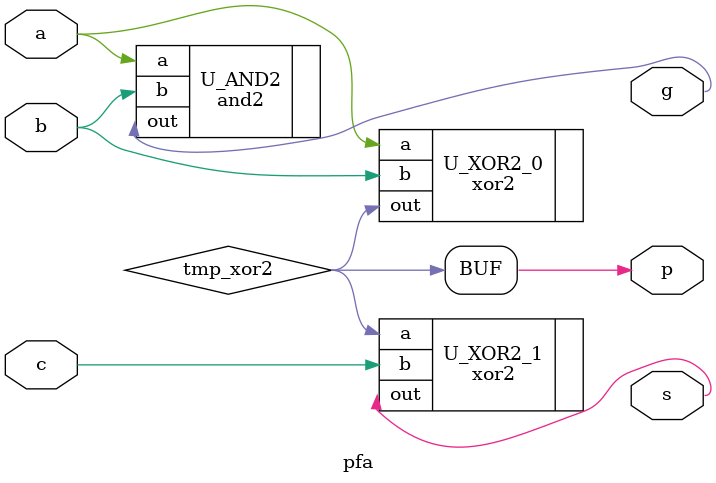
<source format=v>
module pfa(a, b, c, s, g, p);

input a, b, c;
output s, g, p;

wire tmp_xor2;

and2 U_AND2(.a(a), .b(b), .out(g));
xor2 U_XOR2_0(.a(a), .b(b), .out(tmp_xor2));
xor2 U_XOR2_1(.a(tmp_xor2), .b(c), .out(s));
assign p = tmp_xor2;
endmodule


</source>
